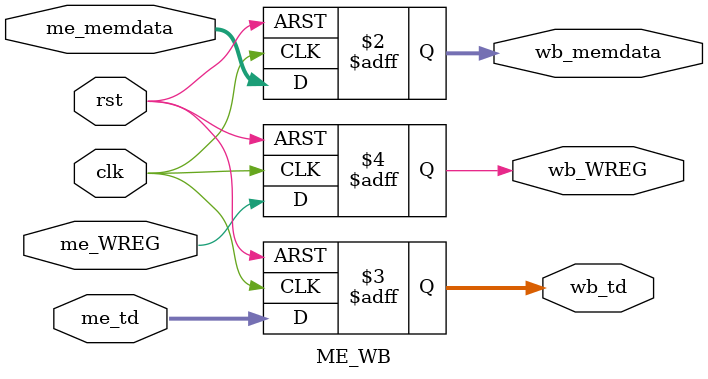
<source format=v>
`timescale 1ns / 1ps
module ME_WB(
	clk,rst,
	me_memdata, me_td, me_WREG,
	wb_memdata, wb_td, wb_WREG
    );
	input clk,rst;
	input wire [31:0] me_memdata;
	input wire [4:0] me_td;
	input wire me_WREG;
	output reg [31:0] wb_memdata;
	output reg [4:0] wb_td;
	output reg wb_WREG;

	always @(posedge clk or posedge rst)
	begin
	if(rst)
	begin
		wb_memdata <= 0;
		wb_td <= 0;
		wb_WREG <= 0;
	end
	else
	begin
		wb_memdata <= me_memdata;
		wb_td <= me_td;
		wb_WREG <= me_WREG;
	end
	end
	
endmodule

</source>
